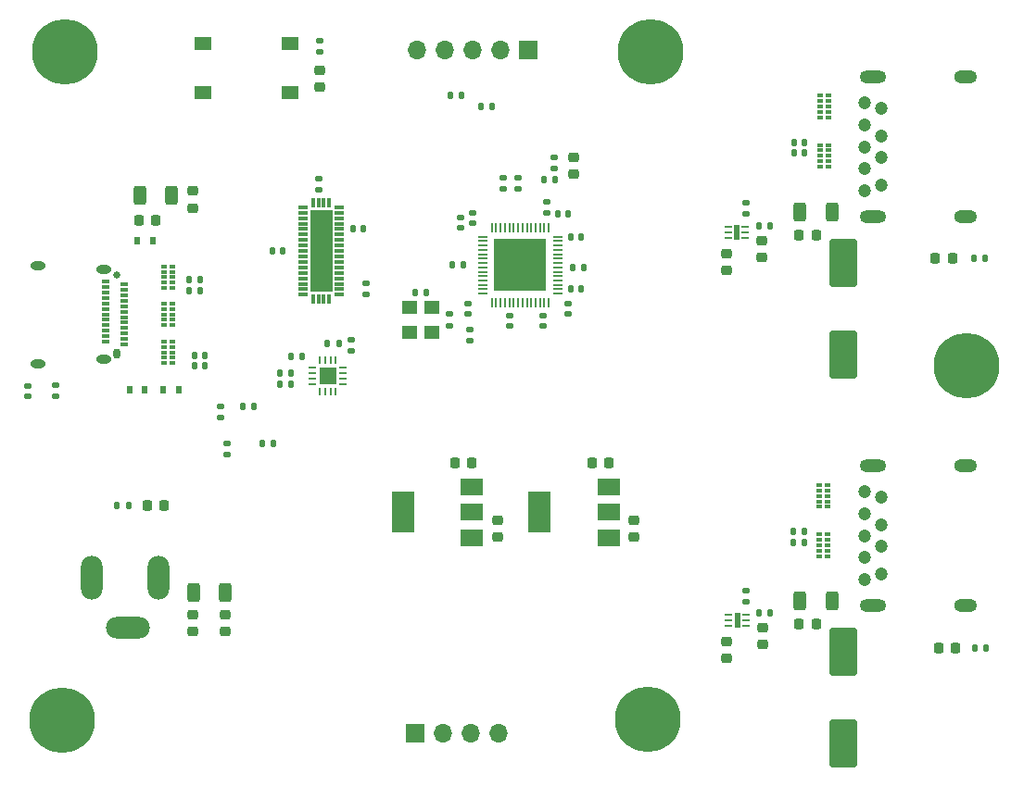
<source format=gbr>
%TF.GenerationSoftware,KiCad,Pcbnew,(6.0.11)*%
%TF.CreationDate,2023-09-18T23:50:21-04:00*%
%TF.ProjectId,USB-C-Hub,5553422d-432d-4487-9562-2e6b69636164,1.0*%
%TF.SameCoordinates,Original*%
%TF.FileFunction,Soldermask,Top*%
%TF.FilePolarity,Negative*%
%FSLAX46Y46*%
G04 Gerber Fmt 4.6, Leading zero omitted, Abs format (unit mm)*
G04 Created by KiCad (PCBNEW (6.0.11)) date 2023-09-18 23:50:21*
%MOMM*%
%LPD*%
G01*
G04 APERTURE LIST*
G04 Aperture macros list*
%AMRoundRect*
0 Rectangle with rounded corners*
0 $1 Rounding radius*
0 $2 $3 $4 $5 $6 $7 $8 $9 X,Y pos of 4 corners*
0 Add a 4 corners polygon primitive as box body*
4,1,4,$2,$3,$4,$5,$6,$7,$8,$9,$2,$3,0*
0 Add four circle primitives for the rounded corners*
1,1,$1+$1,$2,$3*
1,1,$1+$1,$4,$5*
1,1,$1+$1,$6,$7*
1,1,$1+$1,$8,$9*
0 Add four rect primitives between the rounded corners*
20,1,$1+$1,$2,$3,$4,$5,0*
20,1,$1+$1,$4,$5,$6,$7,0*
20,1,$1+$1,$6,$7,$8,$9,0*
20,1,$1+$1,$8,$9,$2,$3,0*%
G04 Aperture macros list end*
%ADD10RoundRect,0.225000X-0.250000X0.225000X-0.250000X-0.225000X0.250000X-0.225000X0.250000X0.225000X0*%
%ADD11RoundRect,0.135000X-0.185000X0.135000X-0.185000X-0.135000X0.185000X-0.135000X0.185000X0.135000X0*%
%ADD12RoundRect,0.140000X-0.140000X-0.170000X0.140000X-0.170000X0.140000X0.170000X-0.140000X0.170000X0*%
%ADD13RoundRect,0.250000X-1.000000X1.950000X-1.000000X-1.950000X1.000000X-1.950000X1.000000X1.950000X0*%
%ADD14RoundRect,0.135000X-0.135000X-0.185000X0.135000X-0.185000X0.135000X0.185000X-0.135000X0.185000X0*%
%ADD15RoundRect,0.225000X0.250000X-0.225000X0.250000X0.225000X-0.250000X0.225000X-0.250000X-0.225000X0*%
%ADD16R,1.550000X1.300000*%
%ADD17R,0.203200X0.812800*%
%ADD18R,0.812800X0.203200*%
%ADD19R,4.699000X4.699000*%
%ADD20R,0.600000X0.700000*%
%ADD21R,0.550000X0.300000*%
%ADD22R,0.550000X0.400000*%
%ADD23C,0.800000*%
%ADD24C,6.000000*%
%ADD25RoundRect,0.135000X0.135000X0.185000X-0.135000X0.185000X-0.135000X-0.185000X0.135000X-0.185000X0*%
%ADD26RoundRect,0.225000X0.225000X0.250000X-0.225000X0.250000X-0.225000X-0.250000X0.225000X-0.250000X0*%
%ADD27RoundRect,0.140000X0.140000X0.170000X-0.140000X0.170000X-0.140000X-0.170000X0.140000X-0.170000X0*%
%ADD28RoundRect,0.225000X-0.225000X-0.250000X0.225000X-0.250000X0.225000X0.250000X-0.225000X0.250000X0*%
%ADD29RoundRect,0.140000X0.170000X-0.140000X0.170000X0.140000X-0.170000X0.140000X-0.170000X-0.140000X0*%
%ADD30R,0.711200X0.254000*%
%ADD31R,0.558800X1.320800*%
%ADD32RoundRect,0.140000X-0.170000X0.140000X-0.170000X-0.140000X0.170000X-0.140000X0.170000X0.140000X0*%
%ADD33R,2.000000X1.500000*%
%ADD34R,2.000000X3.800000*%
%ADD35RoundRect,0.250000X-0.312500X-0.625000X0.312500X-0.625000X0.312500X0.625000X-0.312500X0.625000X0*%
%ADD36RoundRect,0.218750X0.218750X0.256250X-0.218750X0.256250X-0.218750X-0.256250X0.218750X-0.256250X0*%
%ADD37RoundRect,0.135000X0.185000X-0.135000X0.185000X0.135000X-0.185000X0.135000X-0.185000X-0.135000X0*%
%ADD38C,1.200000*%
%ADD39O,2.100000X1.200000*%
%ADD40O,2.400000X1.200000*%
%ADD41R,0.762000X0.254000*%
%ADD42R,0.254000X0.762000*%
%ADD43R,1.498600X1.498600*%
%ADD44RoundRect,0.018900X0.411100X0.116100X-0.411100X0.116100X-0.411100X-0.116100X0.411100X-0.116100X0*%
%ADD45RoundRect,0.018900X-0.116100X0.411100X-0.116100X-0.411100X0.116100X-0.411100X0.116100X0.411100X0*%
%ADD46R,2.050000X7.550000*%
%ADD47C,0.560000*%
%ADD48R,1.397000X1.244600*%
%ADD49R,1.700000X1.700000*%
%ADD50O,1.700000X1.700000*%
%ADD51C,0.650000*%
%ADD52O,0.650000X0.950000*%
%ADD53R,0.700000X0.300000*%
%ADD54O,1.400000X0.800000*%
%ADD55RoundRect,0.218750X-0.218750X-0.256250X0.218750X-0.256250X0.218750X0.256250X-0.218750X0.256250X0*%
%ADD56O,2.000000X4.000000*%
%ADD57O,4.000000X2.000000*%
G04 APERTURE END LIST*
D10*
%TO.C,C8*%
X67720000Y-44075000D03*
X67720000Y-45625000D03*
%TD*%
%TO.C,C45*%
X119720000Y-48575000D03*
X119720000Y-50125000D03*
%TD*%
D11*
%TO.C,R8*%
X79260000Y-30281846D03*
X79260000Y-31301846D03*
%TD*%
D12*
%TO.C,C35*%
X102240001Y-48246400D03*
X103200001Y-48246400D03*
%TD*%
D13*
%TO.C,C39*%
X127120000Y-50650000D03*
X127120000Y-59050000D03*
%TD*%
D14*
%TO.C,Rlimit1*%
X119435300Y-82650000D03*
X120455300Y-82650000D03*
%TD*%
D15*
%TO.C,C23*%
X108020001Y-75725000D03*
X108020001Y-74175000D03*
%TD*%
D16*
%TO.C,SW1*%
X76600000Y-30600000D03*
X68640000Y-30600000D03*
X68640000Y-35100000D03*
X76600000Y-35100000D03*
%TD*%
D17*
%TO.C,U1*%
X95020000Y-54253600D03*
X95419999Y-54253600D03*
X95820001Y-54253600D03*
X96220000Y-54253600D03*
X96619999Y-54253600D03*
X97020001Y-54253600D03*
X97420000Y-54253600D03*
X97820000Y-54253600D03*
X98219999Y-54253600D03*
X98620001Y-54253600D03*
X99020000Y-54253600D03*
X99419999Y-54253600D03*
X99820001Y-54253600D03*
X100220000Y-54253600D03*
D18*
X101023600Y-53450000D03*
X101023600Y-53050001D03*
X101023600Y-52649999D03*
X101023600Y-52250000D03*
X101023600Y-51850001D03*
X101023600Y-51449999D03*
X101023600Y-51050000D03*
X101023600Y-50650000D03*
X101023600Y-50250001D03*
X101023600Y-49849999D03*
X101023600Y-49450000D03*
X101023600Y-49050001D03*
X101023600Y-48649999D03*
X101023600Y-48250000D03*
D17*
X100220000Y-47446400D03*
X99820001Y-47446400D03*
X99419999Y-47446400D03*
X99020000Y-47446400D03*
X98620001Y-47446400D03*
X98219999Y-47446400D03*
X97820000Y-47446400D03*
X97420000Y-47446400D03*
X97020001Y-47446400D03*
X96619999Y-47446400D03*
X96220000Y-47446400D03*
X95820001Y-47446400D03*
X95419999Y-47446400D03*
X95020000Y-47446400D03*
D18*
X94216400Y-48250000D03*
X94216400Y-48649999D03*
X94216400Y-49050001D03*
X94216400Y-49450000D03*
X94216400Y-49849999D03*
X94216400Y-50250001D03*
X94216400Y-50650000D03*
X94216400Y-51050000D03*
X94216400Y-51449999D03*
X94216400Y-51850001D03*
X94216400Y-52250000D03*
X94216400Y-52649999D03*
X94216400Y-53050001D03*
X94216400Y-53450000D03*
D19*
X97620000Y-50850000D03*
%TD*%
D20*
%TO.C,D3*%
X65020000Y-62250000D03*
X66420000Y-62250000D03*
%TD*%
D21*
%TO.C,CR1*%
X65095000Y-54350000D03*
X65095000Y-54850000D03*
D22*
X65095000Y-55350000D03*
D21*
X65095000Y-55850000D03*
X65095000Y-56350000D03*
X65865000Y-56350000D03*
X65865000Y-55850000D03*
D22*
X65865000Y-55350000D03*
D21*
X65865000Y-54850000D03*
X65865000Y-54350000D03*
%TD*%
D11*
%TO.C,R16*%
X93020000Y-56740000D03*
X93020000Y-57760000D03*
%TD*%
D23*
%TO.C,H5*%
X136809010Y-61590990D03*
X136809010Y-58409010D03*
X140650000Y-60000000D03*
X139990990Y-58409010D03*
X139990990Y-61590990D03*
D24*
X138400000Y-60000000D03*
D23*
X138400000Y-57750000D03*
X138400000Y-62250000D03*
X136150000Y-60000000D03*
%TD*%
D20*
%TO.C,D2*%
X62620000Y-48650000D03*
X64020000Y-48650000D03*
%TD*%
D11*
%TO.C,R18*%
X55120000Y-61840000D03*
X55120000Y-62860000D03*
%TD*%
D21*
%TO.C,CR4*%
X125705000Y-72950000D03*
X125705000Y-72450000D03*
D22*
X125705000Y-71950000D03*
D21*
X125705000Y-71450000D03*
X125705000Y-70950000D03*
X124935000Y-70950000D03*
X124935000Y-71450000D03*
D22*
X124935000Y-71950000D03*
D21*
X124935000Y-72450000D03*
X124935000Y-72950000D03*
%TD*%
D12*
%TO.C,C13*%
X67390000Y-52200000D03*
X68350000Y-52200000D03*
%TD*%
D25*
%TO.C,R20*%
X61810000Y-72800000D03*
X60790000Y-72800000D03*
%TD*%
D26*
%TO.C,C24*%
X105695001Y-68950000D03*
X104145001Y-68950000D03*
%TD*%
D27*
%TO.C,C41*%
X92400000Y-50850000D03*
X91440000Y-50850000D03*
%TD*%
D12*
%TO.C,C4*%
X122590000Y-75200000D03*
X123550000Y-75200000D03*
%TD*%
D11*
%TO.C,R5*%
X97420000Y-42840000D03*
X97420000Y-43860000D03*
%TD*%
D28*
%TO.C,C38*%
X123095000Y-48100000D03*
X124645000Y-48100000D03*
%TD*%
D14*
%TO.C,R15*%
X91240000Y-35350000D03*
X92260000Y-35350000D03*
%TD*%
D23*
%TO.C,H2*%
X107230000Y-31300000D03*
X109480000Y-33550000D03*
X111730000Y-31300000D03*
X107889010Y-29709010D03*
X107889010Y-32890990D03*
X111070990Y-29709010D03*
X109480000Y-29050000D03*
D24*
X109480000Y-31300000D03*
D23*
X111070990Y-32890990D03*
%TD*%
D29*
%TO.C,C32*%
X93220000Y-47030000D03*
X93220000Y-46070000D03*
%TD*%
D30*
%TO.C,U7*%
X118194700Y-48349999D03*
X118194700Y-47850000D03*
X118194700Y-47350001D03*
X116645300Y-47350001D03*
X116645300Y-47850000D03*
X116645300Y-48349999D03*
D31*
X117420000Y-47850000D03*
%TD*%
D23*
%TO.C,H3*%
X54129010Y-90859010D03*
X57970000Y-92450000D03*
X57310990Y-90859010D03*
X54129010Y-94040990D03*
D24*
X55720000Y-92450000D03*
D23*
X53470000Y-92450000D03*
X55720000Y-90200000D03*
X55720000Y-94700000D03*
X57310990Y-94040990D03*
%TD*%
D21*
%TO.C,CR6*%
X125755000Y-37350000D03*
X125755000Y-36850000D03*
D22*
X125755000Y-36350000D03*
D21*
X125755000Y-35850000D03*
X125755000Y-35350000D03*
X124985000Y-35350000D03*
X124985000Y-35850000D03*
D22*
X124985000Y-36350000D03*
D21*
X124985000Y-36850000D03*
X124985000Y-37350000D03*
%TD*%
D12*
%TO.C,C44*%
X82340000Y-47550000D03*
X83300000Y-47550000D03*
%TD*%
D11*
%TO.C,R19*%
X118245300Y-80640000D03*
X118245300Y-81660000D03*
%TD*%
%TO.C,C1*%
X91120000Y-55340000D03*
X91120000Y-56360000D03*
%TD*%
D20*
%TO.C,D4*%
X61920000Y-62250000D03*
X63320000Y-62250000D03*
%TD*%
D12*
%TO.C,C36*%
X102440001Y-51046400D03*
X103400001Y-51046400D03*
%TD*%
D14*
%TO.C,R12*%
X94040000Y-36350000D03*
X95060000Y-36350000D03*
%TD*%
D12*
%TO.C,C30*%
X101040000Y-46150000D03*
X102000000Y-46150000D03*
%TD*%
D25*
%TO.C,R10*%
X75030000Y-67150000D03*
X74010000Y-67150000D03*
%TD*%
D14*
%TO.C,R21*%
X139110000Y-85850000D03*
X140130000Y-85850000D03*
%TD*%
D11*
%TO.C,R14*%
X70200000Y-63790000D03*
X70200000Y-64810000D03*
%TD*%
D12*
%TO.C,C31*%
X102240001Y-53046400D03*
X103200001Y-53046400D03*
%TD*%
D14*
%TO.C,R7*%
X75610000Y-61750000D03*
X76630000Y-61750000D03*
%TD*%
D29*
%TO.C,C28*%
X92120000Y-47430000D03*
X92120000Y-46470000D03*
%TD*%
D32*
%TO.C,C33*%
X96620000Y-55466400D03*
X96620000Y-56426400D03*
%TD*%
D33*
%TO.C,U6*%
X93170001Y-75750000D03*
X93170001Y-73450000D03*
X93170001Y-71150000D03*
D34*
X86870001Y-73450000D03*
%TD*%
D12*
%TO.C,C16*%
X67840000Y-60075000D03*
X68800000Y-60075000D03*
%TD*%
D35*
%TO.C,FB1*%
X62857500Y-44450000D03*
X65782500Y-44450000D03*
%TD*%
D30*
%TO.C,U4*%
X118220000Y-83849999D03*
X118220000Y-83350000D03*
X118220000Y-82850001D03*
X116670600Y-82850001D03*
X116670600Y-83350000D03*
X116670600Y-83849999D03*
D31*
X117445300Y-83350000D03*
%TD*%
D28*
%TO.C,C17*%
X123095000Y-83700000D03*
X124645000Y-83700000D03*
%TD*%
%TO.C,C7*%
X62745000Y-46750000D03*
X64295000Y-46750000D03*
%TD*%
D32*
%TO.C,C40*%
X102020001Y-54366400D03*
X102020001Y-55326400D03*
%TD*%
D11*
%TO.C,R1*%
X100730000Y-40980580D03*
X100730000Y-42000580D03*
%TD*%
D36*
%TO.C,D5*%
X137407500Y-85850000D03*
X135832500Y-85850000D03*
%TD*%
D14*
%TO.C,R3*%
X80010000Y-58050000D03*
X81030000Y-58050000D03*
%TD*%
D10*
%TO.C,C20*%
X70670000Y-82825000D03*
X70670000Y-84375000D03*
%TD*%
D27*
%TO.C,C6*%
X77650000Y-59200000D03*
X76690000Y-59200000D03*
%TD*%
D10*
%TO.C,C22*%
X119745300Y-83975000D03*
X119745300Y-85525000D03*
%TD*%
D32*
%TO.C,C29*%
X92820000Y-54370000D03*
X92820000Y-55330000D03*
%TD*%
D12*
%TO.C,C10*%
X122640000Y-40600000D03*
X123600000Y-40600000D03*
%TD*%
D25*
%TO.C,R2*%
X100830000Y-43050000D03*
X99810000Y-43050000D03*
%TD*%
D37*
%TO.C,R6*%
X82170000Y-58660000D03*
X82170000Y-57640000D03*
%TD*%
D38*
%TO.C,J2*%
X130570000Y-79090000D03*
X130570000Y-76590000D03*
X130570000Y-74590000D03*
X130570000Y-72090000D03*
X129070000Y-71590000D03*
X129070000Y-73590000D03*
X129070000Y-75590000D03*
X129070000Y-77590000D03*
X129070000Y-79590000D03*
D39*
X138320000Y-69190000D03*
D40*
X129820000Y-81990000D03*
X129820000Y-69190000D03*
D39*
X138320000Y-81990000D03*
%TD*%
D29*
%TO.C,C42*%
X79220000Y-43930000D03*
X79220000Y-42970000D03*
%TD*%
D41*
%TO.C,U2*%
X78597600Y-60199999D03*
X78597600Y-60700000D03*
X78597600Y-61200000D03*
X78597600Y-61700001D03*
D42*
X79269999Y-62372400D03*
X79770000Y-62372400D03*
X80270000Y-62372400D03*
X80770001Y-62372400D03*
D41*
X81442400Y-61700001D03*
X81442400Y-61200000D03*
X81442400Y-60700000D03*
X81442400Y-60199999D03*
D42*
X80770001Y-59527600D03*
X80270000Y-59527600D03*
X79770000Y-59527600D03*
X79269999Y-59527600D03*
D43*
X80020000Y-60950000D03*
%TD*%
D13*
%TO.C,C18*%
X127120000Y-86167500D03*
X127120000Y-94567500D03*
%TD*%
D11*
%TO.C,R4*%
X96020000Y-42840000D03*
X96020000Y-43860000D03*
%TD*%
D27*
%TO.C,C43*%
X75900000Y-49550000D03*
X74940000Y-49550000D03*
%TD*%
D10*
%TO.C,C27*%
X116445300Y-85275000D03*
X116445300Y-86825000D03*
%TD*%
D32*
%TO.C,C34*%
X99720000Y-55466400D03*
X99720000Y-56426400D03*
%TD*%
D37*
%TO.C,R17*%
X83520000Y-53560000D03*
X83520000Y-52540000D03*
%TD*%
D38*
%TO.C,J3*%
X130570000Y-43530000D03*
X130570000Y-41030000D03*
X130570000Y-39030000D03*
X130570000Y-36530000D03*
X129070000Y-36030000D03*
X129070000Y-38030000D03*
X129070000Y-40030000D03*
X129070000Y-42030000D03*
X129070000Y-44030000D03*
D39*
X138320000Y-46430000D03*
D40*
X129820000Y-33630000D03*
X129820000Y-46430000D03*
D39*
X138320000Y-33630000D03*
%TD*%
D14*
%TO.C,R23*%
X139097500Y-50250000D03*
X140117500Y-50250000D03*
%TD*%
D44*
%TO.C,U3*%
X81105000Y-53550000D03*
X81105000Y-53050000D03*
X81105000Y-52550000D03*
X81105000Y-52050000D03*
X81105000Y-51550000D03*
X81105000Y-51050000D03*
X81105000Y-50550000D03*
X81105000Y-50050000D03*
X81105000Y-49550000D03*
X81105000Y-49050000D03*
X81105000Y-48550000D03*
X81105000Y-48050000D03*
X81105000Y-47550000D03*
X81105000Y-47050000D03*
X81105000Y-46550000D03*
X81105000Y-46050000D03*
X81105000Y-45550000D03*
D45*
X80170000Y-45115000D03*
X79670000Y-45115000D03*
X79170000Y-45115000D03*
X78670000Y-45115000D03*
D44*
X77735000Y-45550000D03*
X77735000Y-46050000D03*
X77735000Y-46550000D03*
X77735000Y-47050000D03*
X77735000Y-47550000D03*
X77735000Y-48050000D03*
X77735000Y-48550000D03*
X77735000Y-49050000D03*
X77735000Y-49550000D03*
X77735000Y-50050000D03*
X77735000Y-50550000D03*
X77735000Y-51050000D03*
X77735000Y-51550000D03*
X77735000Y-52050000D03*
X77735000Y-52550000D03*
X77735000Y-53050000D03*
X77735000Y-53550000D03*
D45*
X78670000Y-53985000D03*
X79170000Y-53985000D03*
X79670000Y-53985000D03*
X80170000Y-53985000D03*
D46*
X79420000Y-49550000D03*
D47*
X79920000Y-52550000D03*
X79920000Y-51050000D03*
X79920000Y-49550000D03*
X79920000Y-48050000D03*
X79920000Y-46550000D03*
X79420000Y-51800000D03*
X79420000Y-50300000D03*
X79420000Y-48800000D03*
X79420000Y-47300000D03*
X78920000Y-52550000D03*
X78920000Y-51050000D03*
X78920000Y-49550000D03*
X78920000Y-48050000D03*
X78920000Y-46550000D03*
%TD*%
D35*
%TO.C,FB2*%
X123157500Y-81550000D03*
X126082500Y-81550000D03*
%TD*%
D48*
%TO.C,XTAL1*%
X87463700Y-54700000D03*
X87463700Y-57000000D03*
X89576300Y-57000000D03*
X89576300Y-54700000D03*
%TD*%
D25*
%TO.C,C2*%
X89030000Y-53350000D03*
X88010000Y-53350000D03*
%TD*%
D14*
%TO.C,R9*%
X75610000Y-60750000D03*
X76630000Y-60750000D03*
%TD*%
D12*
%TO.C,C14*%
X67390000Y-53200000D03*
X68350000Y-53200000D03*
%TD*%
D14*
%TO.C,Rlimit2*%
X119410000Y-47250000D03*
X120430000Y-47250000D03*
%TD*%
D21*
%TO.C,CR5*%
X125705000Y-77450000D03*
X125705000Y-76950000D03*
D22*
X125705000Y-76450000D03*
D21*
X125705000Y-75950000D03*
X125705000Y-75450000D03*
X124935000Y-75450000D03*
X124935000Y-75950000D03*
D22*
X124935000Y-76450000D03*
D21*
X124935000Y-76950000D03*
X124935000Y-77450000D03*
%TD*%
%TO.C,CR2*%
X65095000Y-50950000D03*
X65095000Y-51450000D03*
D22*
X65095000Y-51950000D03*
D21*
X65095000Y-52450000D03*
X65095000Y-52950000D03*
X65865000Y-52950000D03*
X65865000Y-52450000D03*
D22*
X65865000Y-51950000D03*
D21*
X65865000Y-51450000D03*
X65865000Y-50950000D03*
%TD*%
D23*
%TO.C,H1*%
X53750000Y-31300000D03*
X57590990Y-32890990D03*
X54409010Y-32890990D03*
X56000000Y-29050000D03*
X58250000Y-31300000D03*
X56000000Y-33550000D03*
D24*
X56000000Y-31300000D03*
D23*
X57590990Y-29709010D03*
X54409010Y-29709010D03*
%TD*%
D49*
%TO.C,J6*%
X98360000Y-31165000D03*
D50*
X95820000Y-31165000D03*
X93280000Y-31165000D03*
X90740000Y-31165000D03*
X88200000Y-31165000D03*
%TD*%
D10*
%TO.C,C19*%
X67710000Y-82825000D03*
X67710000Y-84375000D03*
%TD*%
D35*
%TO.C,FB4*%
X67737500Y-80800000D03*
X70662500Y-80800000D03*
%TD*%
D21*
%TO.C,CR7*%
X125755000Y-41850000D03*
X125755000Y-41350000D03*
D22*
X125755000Y-40850000D03*
D21*
X125755000Y-40350000D03*
X125755000Y-39850000D03*
X124985000Y-39850000D03*
X124985000Y-40350000D03*
D22*
X124985000Y-40850000D03*
D21*
X124985000Y-41350000D03*
X124985000Y-41850000D03*
%TD*%
D10*
%TO.C,C21*%
X116420000Y-49775000D03*
X116420000Y-51325000D03*
%TD*%
D29*
%TO.C,C37*%
X100020000Y-46030000D03*
X100020000Y-45070000D03*
%TD*%
D51*
%TO.C,J1*%
X60780000Y-51750000D03*
D52*
X60780000Y-58950000D03*
D53*
X61440000Y-52600000D03*
X61440000Y-53100000D03*
X61440000Y-53600000D03*
X61440000Y-54100000D03*
X61440000Y-54600000D03*
X61440000Y-55100000D03*
X61440000Y-55600000D03*
X61440000Y-56100000D03*
X61440000Y-56600000D03*
X61440000Y-57100000D03*
X61440000Y-57600000D03*
X61440000Y-58100000D03*
X59740000Y-57850000D03*
X59740000Y-57350000D03*
X59740000Y-56850000D03*
X59740000Y-56350000D03*
X59740000Y-55850000D03*
X59740000Y-55350000D03*
X59740000Y-54850000D03*
X59740000Y-54350000D03*
X59740000Y-53850000D03*
X59740000Y-53350000D03*
X59740000Y-52850000D03*
X59740000Y-52350000D03*
D54*
X53580000Y-50860000D03*
X53580000Y-59840000D03*
X59530000Y-51220000D03*
X59530000Y-59480000D03*
%TD*%
D35*
%TO.C,FB3*%
X123157500Y-45950000D03*
X126082500Y-45950000D03*
%TD*%
D32*
%TO.C,C12*%
X52620000Y-61870000D03*
X52620000Y-62830000D03*
%TD*%
D10*
%TO.C,C11*%
X79260000Y-33016846D03*
X79260000Y-34566846D03*
%TD*%
D49*
%TO.C,J5*%
X88000000Y-93675000D03*
D50*
X90540000Y-93675000D03*
X93080000Y-93675000D03*
X95620000Y-93675000D03*
%TD*%
D23*
%TO.C,H4*%
X109300000Y-90150000D03*
X107709010Y-93990990D03*
X107050000Y-92400000D03*
X110890990Y-93990990D03*
X109300000Y-94650000D03*
X110890990Y-90809010D03*
X111550000Y-92400000D03*
X107709010Y-90809010D03*
D24*
X109300000Y-92400000D03*
%TD*%
D55*
%TO.C,D1*%
X63512500Y-72800000D03*
X65087500Y-72800000D03*
%TD*%
D11*
%TO.C,R22*%
X118220000Y-45140000D03*
X118220000Y-46160000D03*
%TD*%
D25*
%TO.C,R11*%
X73310000Y-63800000D03*
X72290000Y-63800000D03*
%TD*%
D15*
%TO.C,C25*%
X95520001Y-75725000D03*
X95520001Y-74175000D03*
%TD*%
D21*
%TO.C,CR3*%
X65095000Y-57817500D03*
X65095000Y-58317500D03*
D22*
X65095000Y-58817500D03*
D21*
X65095000Y-59317500D03*
X65095000Y-59817500D03*
X65865000Y-59817500D03*
X65865000Y-59317500D03*
D22*
X65865000Y-58817500D03*
D21*
X65865000Y-58317500D03*
X65865000Y-57817500D03*
%TD*%
D12*
%TO.C,C15*%
X67840000Y-59075000D03*
X68800000Y-59075000D03*
%TD*%
D11*
%TO.C,R13*%
X70820000Y-67140000D03*
X70820000Y-68160000D03*
%TD*%
D12*
%TO.C,C9*%
X122640000Y-39600000D03*
X123600000Y-39600000D03*
%TD*%
D26*
%TO.C,C26*%
X93195001Y-68950000D03*
X91645001Y-68950000D03*
%TD*%
D33*
%TO.C,U5*%
X105670001Y-75750000D03*
X105670001Y-73450000D03*
X105670001Y-71150000D03*
D34*
X99370001Y-73450000D03*
%TD*%
D36*
%TO.C,D6*%
X137107500Y-50250000D03*
X135532500Y-50250000D03*
%TD*%
D12*
%TO.C,C5*%
X122590000Y-76200000D03*
X123550000Y-76200000D03*
%TD*%
D10*
%TO.C,C3*%
X102520000Y-40975000D03*
X102520000Y-42525000D03*
%TD*%
D56*
%TO.C,J4*%
X64600000Y-79400000D03*
D57*
X61800000Y-84000000D03*
D56*
X58500000Y-79400000D03*
%TD*%
M02*

</source>
